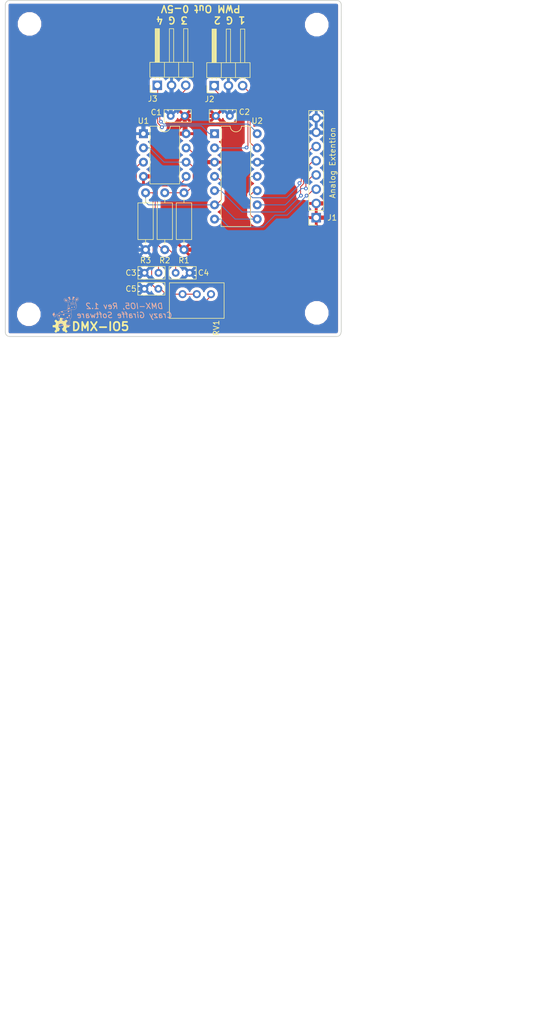
<source format=kicad_pcb>
(kicad_pcb (version 20171130) (host pcbnew "(5.0.0)")
  (title_block (title "DMX Demonstrator - Analog IO Led (DMX-IO5)") (date 2023-07-01) (rev 1.2) (company "Crazy Giraffe Software") (comment 2 "Designed by: SparkyBobo") (comment 3 https://creativecommons.org/licenses/by-sa/4.0/) (comment 4 "Released under the Creative Commons Attribution Share-Alike 4.0m License"))
  (layers (0 F.Cu signal) (31 B.Cu signal) (34 B.Paste user) (35 F.Paste user) (36 B.SilkS user) (37 F.SilkS user) (38 B.Mask user) (39 F.Mask user) (44 Edge.Cuts user))
  (net 0 "")
  (net 1 GND)
  (net 2 /AO1)
  (net 3 /AO0)
  (net 4 /AO3)
  (net 5 /AO2)
  (net 6 "Net-(J2-Pad3)")
  (net 7 "Net-(R1-Pad2)")
  (net 8 +5V)
  (net 9 "Net-(C5-Pad1)")
  (net 10 "Net-(C4-Pad2)")
  (net 11 "Net-(RV1-Pad1)")
  (net 12 "Net-(C3-Pad2)")
  (net 13 "Net-(J3-Pad3)")
  (net 14 "Net-(J2-Pad1)")
  (net 15 "Net-(J3-Pad1)")
  (module Connector_PinHeader_2.54mm:PinHeader_1x03_P2.54mm_Horizontal (layer F.Cu) (at 153.543 82.169 90)
    (fp_text reference J2 (at -2.413 -0.8255 180) (layer F.SilkS))
    (fp_text value "PWM Out 1/2")
    (pad 3 thru_hole oval (at 0 5.08 90) (size 1.7 1.7) (drill 1) (layers *.Cu *.Mask) (net 6 "Net-(J2-Pad3)"))
    (pad 2 thru_hole oval (at 0 2.54 90) (size 1.7 1.7) (drill 1) (layers *.Cu *.Mask) (net 1 GND))
    (pad 1 thru_hole rect (at 0 0 90) (size 1.7 1.7) (drill 1) (layers *.Cu *.Mask) (net 14 "Net-(J2-Pad1)"))
  )
  (module Connector_PinHeader_2.54mm:PinHeader_1x03_P2.54mm_Horizontal (layer F.Cu) (at 143.383 82.1055 90)
    (fp_text reference J3 (at -2.413 -0.8255 180) (layer F.SilkS))
    (fp_text value "PWM Out 3/4")
    (pad 1 thru_hole rect (at 0 0 90) (size 1.7 1.7) (drill 1) (layers *.Cu *.Mask) (net 15 "Net-(J3-Pad1)"))
    (pad 2 thru_hole oval (at 0 2.54 90) (size 1.7 1.7) (drill 1) (layers *.Cu *.Mask) (net 1 GND))
    (pad 3 thru_hole oval (at 0 5.08 90) (size 1.7 1.7) (drill 1) (layers *.Cu *.Mask) (net 13 "Net-(J3-Pad3)"))
  )
  (module Package_DIP:DIP-14_W7.62mm (layer F.Cu) (at 153.6065 90.7415)
    (fp_text reference U2 (at 7.62 -2.286) (layer F.SilkS))
    (fp_text value LM339)
    (pad 14 thru_hole oval (at 7.62 0) (size 1.6 1.6) (drill 0.8) (layers *.Cu *.Mask) (net 13 "Net-(J3-Pad3)"))
    (pad 7 thru_hole oval (at 0 15.24) (size 1.6 1.6) (drill 0.8) (layers *.Cu *.Mask) (net 4 /AO3))
    (pad 13 thru_hole oval (at 7.62 2.54) (size 1.6 1.6) (drill 0.8) (layers *.Cu *.Mask) (net 6 "Net-(J2-Pad3)"))
    (pad 6 thru_hole oval (at 0 12.7) (size 1.6 1.6) (drill 0.8) (layers *.Cu *.Mask) (net 9 "Net-(C5-Pad1)"))
    (pad 12 thru_hole oval (at 7.62 5.08) (size 1.6 1.6) (drill 0.8) (layers *.Cu *.Mask) (net 1 GND))
    (pad 5 thru_hole oval (at 0 10.16) (size 1.6 1.6) (drill 0.8) (layers *.Cu *.Mask) (net 2 /AO1))
    (pad 11 thru_hole oval (at 7.62 7.62) (size 1.6 1.6) (drill 0.8) (layers *.Cu *.Mask) (net 3 /AO0))
    (pad 4 thru_hole oval (at 0 7.62) (size 1.6 1.6) (drill 0.8) (layers *.Cu *.Mask) (net 9 "Net-(C5-Pad1)"))
    (pad 10 thru_hole oval (at 7.62 10.16) (size 1.6 1.6) (drill 0.8) (layers *.Cu *.Mask) (net 9 "Net-(C5-Pad1)"))
    (pad 3 thru_hole oval (at 0 5.08) (size 1.6 1.6) (drill 0.8) (layers *.Cu *.Mask) (net 8 +5V))
    (pad 9 thru_hole oval (at 7.62 12.7) (size 1.6 1.6) (drill 0.8) (layers *.Cu *.Mask) (net 5 /AO2))
    (pad 2 thru_hole oval (at 0 2.54) (size 1.6 1.6) (drill 0.8) (layers *.Cu *.Mask) (net 14 "Net-(J2-Pad1)"))
    (pad 8 thru_hole oval (at 7.62 15.24) (size 1.6 1.6) (drill 0.8) (layers *.Cu *.Mask) (net 9 "Net-(C5-Pad1)"))
    (pad 1 thru_hole rect (at 0 0) (size 1.6 1.6) (drill 0.8) (layers *.Cu *.Mask) (net 15 "Net-(J3-Pad1)"))
  )
  (module Capacitor_THT:C_Rect_L4.6mm_W2.0mm_P2.50mm_MKS02_FKP02 (layer F.Cu) (at 141.097 115.57)
    (fp_text reference C3 (at -2.413 0) (layer F.SilkS))
    (fp_text value 100nf)
    (pad 1 thru_hole circle (at 0 0) (size 1.4 1.4) (drill 0.7) (layers *.Cu *.Mask) (net 1 GND))
    (pad 2 thru_hole circle (at 2.5 0) (size 1.4 1.4) (drill 0.7) (layers *.Cu *.Mask) (net 12 "Net-(C3-Pad2)"))
  )
  (module Capacitor_THT:C_Rect_L4.6mm_W2.0mm_P2.50mm_MKS02_FKP02 (layer F.Cu) (at 149.1615 115.57 180)
    (fp_text reference C4 (at -2.4765 0 180) (layer F.SilkS))
    (fp_text value 0.68uF)
    (pad 2 thru_hole circle (at 2.5 0 180) (size 1.4 1.4) (drill 0.7) (layers *.Cu *.Mask) (net 10 "Net-(C4-Pad2)"))
    (pad 1 thru_hole circle (at 0 0 180) (size 1.4 1.4) (drill 0.7) (layers *.Cu *.Mask) (net 1 GND))
  )
  (module Capacitor_THT:C_Rect_L4.6mm_W2.0mm_P2.50mm_MKS02_FKP02 (layer F.Cu) (at 143.5735 118.4275 180)
    (fp_text reference C5 (at 4.8895 0 180) (layer F.SilkS))
    (fp_text value 0.68uF)
    (pad 1 thru_hole circle (at 0 0 180) (size 1.4 1.4) (drill 0.7) (layers *.Cu *.Mask) (net 9 "Net-(C5-Pad1)"))
    (pad 2 thru_hole circle (at 2.5 0 180) (size 1.4 1.4) (drill 0.7) (layers *.Cu *.Mask) (net 1 GND))
  )
  (module Potentiometer_THT:Potentiometer_Bourns_3299W_Vertical (layer F.Cu) (at 152.9715 119.38)
    (fp_text reference RV1 (at 0.9525 6.0325 -270) (layer F.SilkS))
    (fp_text value 10k)
    (pad 1 thru_hole circle (at 0 0) (size 1.44 1.44) (drill 0.8) (layers *.Cu *.Mask) (net 11 "Net-(RV1-Pad1)"))
    (pad 2 thru_hole circle (at -2.54 0) (size 1.44 1.44) (drill 0.8) (layers *.Cu *.Mask) (net 9 "Net-(C5-Pad1)"))
    (pad 3 thru_hole circle (at -5.08 0) (size 1.44 1.44) (drill 0.8) (layers *.Cu *.Mask) (net 9 "Net-(C5-Pad1)"))
  )
  (module Resistor_THT:R_Axial_DIN0207_L6.3mm_D2.5mm_P10.16mm_Horizontal (layer F.Cu) (at 148.1455 111.4425 90)
    (fp_text reference R1 (at -1.905 0 180) (layer F.SilkS))
    (fp_text value 330)
    (pad 2 thru_hole oval (at 10.16 0 90) (size 1.6 1.6) (drill 0.8) (layers *.Cu *.Mask) (net 7 "Net-(R1-Pad2)"))
    (pad 1 thru_hole circle (at 0 0 90) (size 1.6 1.6) (drill 0.8) (layers *.Cu *.Mask) (net 8 +5V))
  )
  (module Resistor_THT:R_Axial_DIN0207_L6.3mm_D2.5mm_P10.16mm_Horizontal (layer F.Cu) (at 144.7165 101.2825 270)
    (fp_text reference R2 (at 12.065 0) (layer F.SilkS))
    (fp_text value 10k)
    (pad 1 thru_hole circle (at 0 0 270) (size 1.6 1.6) (drill 0.8) (layers *.Cu *.Mask) (net 7 "Net-(R1-Pad2)"))
    (pad 2 thru_hole oval (at 10.16 0 270) (size 1.6 1.6) (drill 0.8) (layers *.Cu *.Mask) (net 10 "Net-(C4-Pad2)"))
  )
  (module Resistor_THT:R_Axial_DIN0207_L6.3mm_D2.5mm_P10.16mm_Horizontal (layer F.Cu) (at 141.2875 111.4425 90)
    (fp_text reference R3 (at -1.905 0 180) (layer F.SilkS))
    (fp_text value 10k)
    (pad 2 thru_hole oval (at 10.16 0 90) (size 1.6 1.6) (drill 0.8) (layers *.Cu *.Mask) (net 9 "Net-(C5-Pad1)"))
    (pad 1 thru_hole circle (at 0 0 90) (size 1.6 1.6) (drill 0.8) (layers *.Cu *.Mask) (net 1 GND))
  )
  (module Connector_PinSocket_2.54mm:PinSocket_1x08_P2.54mm_Vertical (layer F.Cu) (at 171.7675 105.7275 180)
    (fp_text reference J1 (at -2.8575 0 180) (layer F.SilkS))
    (fp_text value "Analog Extension")
    (pad 1 thru_hole rect (at 0 0 180) (size 1.7 1.7) (drill 1) (layers *.Cu *.Mask) (net 8 +5V))
    (pad 2 thru_hole oval (at 0 2.54 180) (size 1.7 1.7) (drill 1) (layers *.Cu *.Mask) (net 8 +5V))
    (pad 3 thru_hole oval (at 0 5.08 180) (size 1.7 1.7) (drill 1) (layers *.Cu *.Mask) (net 4 /AO3))
    (pad 4 thru_hole oval (at 0 7.62 180) (size 1.7 1.7) (drill 1) (layers *.Cu *.Mask) (net 5 /AO2))
    (pad 5 thru_hole oval (at 0 10.16 180) (size 1.7 1.7) (drill 1) (layers *.Cu *.Mask) (net 2 /AO1))
    (pad 6 thru_hole oval (at 0 12.7 180) (size 1.7 1.7) (drill 1) (layers *.Cu *.Mask) (net 3 /AO0))
    (pad 7 thru_hole oval (at 0 15.24 180) (size 1.7 1.7) (drill 1) (layers *.Cu *.Mask) (net 1 GND))
    (pad 8 thru_hole oval (at 0 17.78 180) (size 1.7 1.7) (drill 1) (layers *.Cu *.Mask) (net 1 GND))
  )
  (module Package_DIP:DIP-8_W7.62mm (layer F.Cu) (at 140.9065 90.7415)
    (fp_text reference U1 (at 0 -2.286) (layer F.SilkS))
    (fp_text value LM555)
    (pad 1 thru_hole rect (at 0 0) (size 1.6 1.6) (drill 0.8) (layers *.Cu *.Mask) (net 1 GND))
    (pad 5 thru_hole oval (at 7.62 7.62) (size 1.6 1.6) (drill 0.8) (layers *.Cu *.Mask) (net 12 "Net-(C3-Pad2)"))
    (pad 2 thru_hole oval (at 0 2.54) (size 1.6 1.6) (drill 0.8) (layers *.Cu *.Mask) (net 10 "Net-(C4-Pad2)"))
    (pad 6 thru_hole oval (at 7.62 5.08) (size 1.6 1.6) (drill 0.8) (layers *.Cu *.Mask) (net 10 "Net-(C4-Pad2)"))
    (pad 3 thru_hole oval (at 0 5.08) (size 1.6 1.6) (drill 0.8) (layers *.Cu *.Mask) (net 11 "Net-(RV1-Pad1)"))
    (pad 7 thru_hole oval (at 7.62 2.54) (size 1.6 1.6) (drill 0.8) (layers *.Cu *.Mask) (net 7 "Net-(R1-Pad2)"))
    (pad 4 thru_hole oval (at 0 7.62) (size 1.6 1.6) (drill 0.8) (layers *.Cu *.Mask) (net 8 +5V))
    (pad 8 thru_hole oval (at 7.62 0) (size 1.6 1.6) (drill 0.8) (layers *.Cu *.Mask) (net 8 +5V))
  )
  (module Capacitor_THT:C_Rect_L4.6mm_W2.0mm_P2.50mm_MKS02_FKP02 (layer F.Cu) (at 153.837 87.5665)
    (fp_text reference C2 (at 5.1035 -0.6985) (layer F.SilkS))
    (fp_text value 0.1uF)
    (pad 2 thru_hole circle (at 2.5 0) (size 1.4 1.4) (drill 0.7) (layers *.Cu *.Mask) (net 1 GND))
    (pad 1 thru_hole circle (at 0 0) (size 1.4 1.4) (drill 0.7) (layers *.Cu *.Mask) (net 8 +5V))
  )
  (module Capacitor_THT:C_Rect_L4.6mm_W2.0mm_P2.50mm_MKS02_FKP02 (layer F.Cu) (at 148.2725 87.5665 180)
    (fp_text reference C1 (at 5.08 0.635 180) (layer F.SilkS))
    (fp_text value 0.1uF)
    (pad 1 thru_hole circle (at 0 0 180) (size 1.4 1.4) (drill 0.7) (layers *.Cu *.Mask) (net 8 +5V))
    (pad 2 thru_hole circle (at 2.5 0 180) (size 1.4 1.4) (drill 0.7) (layers *.Cu *.Mask) (net 1 GND))
  )
  (module MountingHole:MountingHole_3.2mm_M3 (layer F.Cu) (at 171.864 71.2775)
    (fp_text reference MH2 hide)
    (fp_text value MountingHole)
    (pad 1 np_thru_hole circle (at 0 0) (size 3.2 3.2) (drill 3.2) (layers *.Cu *.Mask))
  )
  (module MountingHole:MountingHole_3.2mm_M3 (layer F.Cu) (at 120.429 122.9665)
    (fp_text reference MH3 hide)
    (fp_text value MountingHole)
    (pad 1 np_thru_hole circle (at 0 0) (size 3.2 3.2) (drill 3.2) (layers *.Cu *.Mask))
  )
  (module MountingHole:MountingHole_3.2mm_M3 (layer F.Cu) (at 171.864 122.7125)
    (fp_text reference MH4 hide)
    (fp_text value MountingHole)
    (pad 1 np_thru_hole circle (at 0 0) (size 3.2 3.2) (drill 3.2) (layers *.Cu *.Mask))
  )
  (module MountingHole:MountingHole_3.2mm_M3 (layer F.Cu) (at 120.556 71.1505)
    (fp_text reference MH1 hide)
    (fp_text value MountingHole)
    (pad 1 np_thru_hole circle (at 0 0) (size 3.2 3.2) (drill 3.2) (layers *.Cu *.Mask))
  )
  (module footprints:OSHW-LOGO-S (layer F.Cu) (at 126.1745 125.095)
    (fp_text reference "" (at 0 0) (layer F.SilkS) (effects (font (size 1.524 1.524))))
    (fp_text value "" (at 0 0) (layer F.SilkS) (effects (font (size 1.524 1.524))))
  )
  (module footprints:logo_cr_5x5 (layer B.Cu) (at 127 122.4915 180)
    (fp_text reference G*** hide)
    (fp_text value LOGO hide)
  )
  (gr_text "Analog Extention" (at 174.6885 95.9485 90) (layer F.SilkS) (effects (font (size 1 1))))
  (gr_line (start 116.9949 66.9595) (end 175.4149 66.9595) (layer Edge.Cuts) (width 0.15))
  (gr_line (start 176.2507 67.7775) (end 176.2455 126.111) (layer Edge.Cuts) (width 0.15))
  (gr_arc (start 175.4327 126.1745) (end 175.387 126.9365) (angle -90) (layer Edge.Cuts) (width 0.15))
  (gr_arc (start 175.4327 67.7775) (end 176.2507 67.7775) (angle -90) (layer Edge.Cuts) (width 0.15))
  (gr_arc (start 116.9949 67.7215) (end 116.9949 66.9595) (angle -90) (layer Edge.Cuts) (width 0.15))
  (gr_arc (start 117 126.1745) (end 116.238 126.1745) (angle -90) (layer Edge.Cuts) (width 0.15))
  (gr_line (start 117 126.9365) (end 175.387 126.9365) (layer Edge.Cuts) (width 0.15))
  (gr_line (start 116.2329 126.1975) (end 116.2329 67.7215) (layer Edge.Cuts) (width 0.15))
  (gr_text "DMX-IO5, Rev 1.2\nCrazy Giraffe Software\n\n" (at 137.541 123.1265) (layer B.SilkS) (effects (font (size 1 1) (thickness 0.15) italic) (justify mirror)))
  (gr_text DMX-IO5 (at 133.223 125.1585) (layer F.SilkS) (effects (font (size 1.5 1.5) (thickness 0.3))))
  (gr_text "1 G 2     3 G 4\nPWM Out 0-5V" (at 151.13 69.469 180) (layer F.SilkS) (effects (font (size 1.25 1.25) (thickness 0.25))))
  (segment (start 171.7675 90.4875) (end 163.957 90.4875) (width 0.75) (layer B.Cu) (net 1))
  (segment (start 145.7725 85.685) (end 146.05 85.4075) (width 0.75) (layer B.Cu) (net 1))
  (segment (start 145.7725 87.5665) (end 145.7725 85.685) (width 0.75) (layer B.Cu) (net 1))
  (segment (start 156.337 87.5665) (end 156.337 85.4075) (width 0.75) (layer B.Cu) (net 1))
  (segment (start 156.337 85.4075) (end 146.05 85.4075) (width 0.75) (layer B.Cu) (net 1))
  (segment (start 171.7675 87.9475) (end 163.957 87.9475) (width 0.75) (layer B.Cu) (net 1))
  (segment (start 140.9065 90.7415) (end 140.9065 85.4075) (width 0.75) (layer B.Cu) (net 1))
  (segment (start 163.957 90.4875) (end 163.957 87.9475) (width 0.75) (layer B.Cu) (net 1))
  (segment (start 156.337 85.4075) (end 163.957 85.4075) (width 0.75) (layer B.Cu) (net 1))
  (segment (start 163.957 87.9475) (end 163.957 85.4075) (width 0.75) (layer B.Cu) (net 1))
  (segment (start 161.2265 95.8215) (end 163.957 95.8215) (width 0.75) (layer B.Cu) (net 1))
  (segment (start 163.957 95.8215) (end 163.957 90.4875) (width 0.75) (layer B.Cu) (net 1))
  (segment (start 149.1615 115.57) (end 155.1305 115.57) (width 0.75) (layer B.Cu) (net 1))
  (segment (start 140.9065 85.4075) (end 139.1285 85.4075) (width 0.75) (layer B.Cu) (net 1))
  (segment (start 139.192 118.4275) (end 139.1285 118.364) (width 0.75) (layer B.Cu) (net 1))
  (segment (start 139.1285 118.364) (end 139.1285 115.57) (width 0.75) (layer B.Cu) (net 1))
  (segment (start 141.2875 111.4425) (end 139.1285 111.4425) (width 0.75) (layer B.Cu) (net 1))
  (segment (start 139.1285 111.4425) (end 139.1285 85.4075) (width 0.75) (layer B.Cu) (net 1))
  (segment (start 174.752 115.57) (end 155.1305 115.57) (width 0.75) (layer B.Cu) (net 1))
  (segment (start 174.752 90.551) (end 174.752 115.57) (width 0.75) (layer B.Cu) (net 1))
  (segment (start 171.7675 90.4875) (end 171.831 90.551) (width 0.75) (layer B.Cu) (net 1))
  (segment (start 171.831 90.551) (end 174.752 90.551) (width 0.75) (layer B.Cu) (net 1))
  (segment (start 141.097 115.57) (end 139.1285 115.57) (width 0.75) (layer B.Cu) (net 1))
  (segment (start 141.0735 118.4275) (end 139.192 118.4275) (width 0.75) (layer B.Cu) (net 1))
  (segment (start 155.1305 115.57) (end 155.1305 121.285) (width 0.75) (layer B.Cu) (net 1))
  (segment (start 139.1285 115.57) (end 139.1285 111.4425) (width 0.75) (layer B.Cu) (net 1))
  (segment (start 155.1305 121.285) (end 139.1285 121.285) (width 0.75) (layer B.Cu) (net 1))
  (segment (start 139.1285 121.285) (end 139.1285 118.364) (width 0.75) (layer B.Cu) (net 1))
  (segment (start 145.923 85.1535) (end 145.669 85.4075) (width 0.75) (layer B.Cu) (net 1))
  (segment (start 145.923 82.1055) (end 145.923 85.1535) (width 0.75) (layer B.Cu) (net 1))
  (segment (start 146.05 85.4075) (end 145.669 85.4075) (width 0.75) (layer B.Cu) (net 1))
  (segment (start 145.669 85.4075) (end 140.9065 85.4075) (width 0.75) (layer B.Cu) (net 1))
  (segment (start 156.083 85.1535) (end 156.337 85.4075) (width 0.75) (layer B.Cu) (net 1))
  (segment (start 156.083 82.169) (end 156.083 85.1535) (width 0.75) (layer B.Cu) (net 1))
  (segment (start 171.2595 95.5675) (end 171.7675 95.5675) (width 0.1524) (layer F.Cu) (net 2))
  (segment (start 169.4815 97.3455) (end 171.2595 95.5675) (width 0.1524) (layer F.Cu) (net 2))
  (segment (start 169.4815 99.695) (end 169.4815 97.3455) (width 0.1524) (layer F.Cu) (net 2))
  (segment (start 168.9735 101.727) (end 168.9735 100.203) (width 0.1524) (layer F.Cu) (net 2))
  (segment (start 168.9735 100.203) (end 169.4815 99.695) (width 0.1524) (layer F.Cu) (net 2))
  (segment (start 169.037 101.7905) (end 168.9735 101.727) (width 0.1524) (layer F.Cu) (net 2))
  (via (at 169.037 101.7905) (size 0.6858) (drill 0.3302) (layers F.Cu B.Cu) (net 2))
  (segment (start 154.7495 100.9015) (end 153.6065 100.9015) (width 0.1524) (layer B.Cu) (net 2))
  (segment (start 158.5595 104.7115) (end 154.7495 100.9015) (width 0.1524) (layer B.Cu) (net 2))
  (segment (start 166.0525 104.7115) (end 158.5595 104.7115) (width 0.1524) (layer B.Cu) (net 2))
  (segment (start 169.037 101.7905) (end 168.9735 101.7905) (width 0.1524) (layer B.Cu) (net 2))
  (segment (start 168.9735 101.7905) (end 166.0525 104.7115) (width 0.1524) (layer B.Cu) (net 2))
  (segment (start 171.2595 93.0275) (end 171.7675 93.0275) (width 0.1524) (layer F.Cu) (net 3))
  (segment (start 169.1005 99.2505) (end 169.1005 95.1865) (width 0.1524) (layer F.Cu) (net 3))
  (segment (start 168.783 99.568) (end 169.1005 99.2505) (width 0.1524) (layer F.Cu) (net 3))
  (segment (start 169.1005 95.1865) (end 171.2595 93.0275) (width 0.1524) (layer F.Cu) (net 3))
  (via (at 168.783 99.568) (size 0.6858) (drill 0.3302) (layers F.Cu B.Cu) (net 3))
  (segment (start 160.2105 98.3615) (end 161.2265 98.3615) (width 0.1524) (layer B.Cu) (net 3))
  (segment (start 168.783 99.8855) (end 166.497 102.1715) (width 0.1524) (layer B.Cu) (net 3))
  (segment (start 168.783 99.568) (end 168.783 99.8855) (width 0.1524) (layer B.Cu) (net 3))
  (segment (start 166.497 102.1715) (end 160.401 102.1715) (width 0.1524) (layer B.Cu) (net 3))
  (segment (start 160.401 102.1715) (end 159.8295 101.6) (width 0.1524) (layer B.Cu) (net 3))
  (segment (start 159.8295 101.6) (end 159.8295 98.7425) (width 0.1524) (layer B.Cu) (net 3))
  (segment (start 159.8295 98.7425) (end 160.2105 98.3615) (width 0.1524) (layer B.Cu) (net 3))
  (segment (start 171.323 100.6475) (end 171.7675 100.6475) (width 0.1524) (layer F.Cu) (net 4))
  (segment (start 170.18 101.7905) (end 171.323 100.6475) (width 0.1524) (layer F.Cu) (net 4))
  (segment (start 154.7495 105.9815) (end 153.6065 105.9815) (width 0.1524) (layer B.Cu) (net 4))
  (segment (start 170.053 101.7905) (end 166.5605 105.283) (width 0.1524) (layer B.Cu) (net 4))
  (segment (start 166.5605 105.283) (end 164.4015 105.283) (width 0.1524) (layer B.Cu) (net 4))
  (segment (start 170.053 101.7905) (end 170.18 101.7905) (width 0.1524) (layer F.Cu) (net 4))
  (segment (start 164.4015 105.283) (end 162.306 107.3785) (width 0.1524) (layer B.Cu) (net 4))
  (segment (start 162.306 107.3785) (end 156.1465 107.3785) (width 0.1524) (layer B.Cu) (net 4))
  (segment (start 156.1465 107.3785) (end 154.7495 105.9815) (width 0.1524) (layer B.Cu) (net 4))
  (via (at 170.053 101.7905) (size 0.6858) (drill 0.3302) (layers F.Cu B.Cu) (net 4))
  (segment (start 169.926 100.5205) (end 169.164 100.5205) (width 0.1524) (layer B.Cu) (net 5))
  (segment (start 169.164 100.5205) (end 166.243 103.4415) (width 0.1524) (layer B.Cu) (net 5))
  (segment (start 166.243 103.4415) (end 161.2265 103.4415) (width 0.1524) (layer B.Cu) (net 5))
  (via (at 169.926 100.5205) (size 0.6858) (drill 0.3302) (layers F.Cu B.Cu) (net 5))
  (segment (start 171.2595 98.1075) (end 171.7675 98.1075) (width 0.1524) (layer F.Cu) (net 5))
  (segment (start 169.926 100.5205) (end 169.926 99.441) (width 0.1524) (layer F.Cu) (net 5))
  (segment (start 169.926 99.441) (end 171.2595 98.1075) (width 0.1524) (layer F.Cu) (net 5))
  (segment (start 159.9565 83.5025) (end 158.623 82.169) (width 0.1524) (layer F.Cu) (net 6))
  (segment (start 159.9565 92.329) (end 159.9565 83.5025) (width 0.1524) (layer F.Cu) (net 6))
  (segment (start 161.2265 93.2815) (end 160.909 93.2815) (width 0.1524) (layer F.Cu) (net 6))
  (segment (start 160.909 93.2815) (end 159.9565 92.329) (width 0.1524) (layer F.Cu) (net 6))
  (segment (start 148.1455 101.2825) (end 144.7165 101.2825) (width 0.1524) (layer F.Cu) (net 7))
  (segment (start 148.844 93.2815) (end 148.5265 93.2815) (width 0.1524) (layer F.Cu) (net 7))
  (segment (start 150.114 94.5515) (end 148.844 93.2815) (width 0.1524) (layer F.Cu) (net 7))
  (segment (start 150.114 99.695) (end 150.114 94.5515) (width 0.1524) (layer F.Cu) (net 7))
  (segment (start 148.1455 101.2825) (end 148.5265 101.2825) (width 0.1524) (layer F.Cu) (net 7))
  (segment (start 148.5265 101.2825) (end 150.114 99.695) (width 0.1524) (layer F.Cu) (net 7))
  (segment (start 148.2725 87.5665) (end 148.2725 87.249) (width 0.75) (layer F.Cu) (net 8))
  (segment (start 148.2725 90.4875) (end 148.5265 90.7415) (width 0.75) (layer F.Cu) (net 8))
  (segment (start 148.2725 87.5665) (end 148.2725 90.4875) (width 0.75) (layer F.Cu) (net 8))
  (segment (start 174.6885 105.7275) (end 171.7675 105.7275) (width 0.75) (layer F.Cu) (net 8))
  (segment (start 171.7675 103.1875) (end 174.6885 103.1875) (width 0.75) (layer F.Cu) (net 8))
  (segment (start 174.6885 103.1875) (end 174.6885 105.7275) (width 0.75) (layer F.Cu) (net 8))
  (segment (start 143.256 98.3615) (end 140.9065 98.3615) (width 0.75) (layer F.Cu) (net 8))
  (segment (start 144.7165 96.901) (end 143.256 98.3615) (width 0.75) (layer F.Cu) (net 8))
  (segment (start 144.7165 92.0115) (end 144.7165 96.901) (width 0.75) (layer F.Cu) (net 8))
  (segment (start 148.5265 90.7415) (end 145.9865 90.7415) (width 0.75) (layer F.Cu) (net 8))
  (segment (start 145.9865 90.7415) (end 144.7165 92.0115) (width 0.75) (layer F.Cu) (net 8))
  (segment (start 148.2725 87.5665) (end 151.003 87.5665) (width 0.75) (layer F.Cu) (net 8))
  (segment (start 151.003 87.5665) (end 153.837 87.5665) (width 0.75) (layer F.Cu) (net 8))
  (segment (start 153.6065 95.8215) (end 151.003 95.8215) (width 0.75) (layer F.Cu) (net 8))
  (segment (start 151.003 87.5665) (end 151.003 95.8215) (width 0.75) (layer F.Cu) (net 8))
  (segment (start 174.6885 111.4425) (end 174.6885 105.7275) (width 0.75) (layer F.Cu) (net 8))
  (segment (start 174.6885 115.3795) (end 174.6885 111.4425) (width 0.75) (layer F.Cu) (net 8))
  (segment (start 151.003 115.3795) (end 174.6885 115.3795) (width 0.75) (layer F.Cu) (net 8))
  (segment (start 148.1455 111.4425) (end 151.003 111.4425) (width 0.75) (layer F.Cu) (net 8))
  (segment (start 151.003 95.8215) (end 151.003 111.4425) (width 0.75) (layer F.Cu) (net 8))
  (segment (start 151.003 111.4425) (end 151.003 115.3795) (width 0.75) (layer F.Cu) (net 8))
  (segment (start 174.6885 78.994) (end 174.6885 103.1875) (width 0.75) (layer F.Cu) (net 8))
  (segment (start 151.003 87.5665) (end 151.003 78.994) (width 0.75) (layer F.Cu) (net 8))
  (segment (start 151.003 78.994) (end 174.6885 78.994) (width 0.75) (layer F.Cu) (net 8))
  (segment (start 160.782 100.9015) (end 161.2265 100.9015) (width 0.1524) (layer F.Cu) (net 9))
  (segment (start 160.02 101.6635) (end 160.782 100.9015) (width 0.1524) (layer F.Cu) (net 9))
  (segment (start 160.02 105.2195) (end 160.02 101.6635) (width 0.1524) (layer F.Cu) (net 9))
  (segment (start 161.2265 105.9815) (end 160.782 105.9815) (width 0.1524) (layer F.Cu) (net 9))
  (segment (start 160.782 105.9815) (end 160.02 105.2195) (width 0.1524) (layer F.Cu) (net 9))
  (segment (start 153.924 103.4415) (end 153.6065 103.4415) (width 0.1524) (layer F.Cu) (net 9))
  (segment (start 154.813 102.5525) (end 153.924 103.4415) (width 0.1524) (layer F.Cu) (net 9))
  (segment (start 154.813 99.187) (end 154.813 102.5525) (width 0.1524) (layer F.Cu) (net 9))
  (segment (start 153.6065 98.3615) (end 153.9875 98.3615) (width 0.1524) (layer F.Cu) (net 9))
  (segment (start 153.9875 98.3615) (end 154.813 99.187) (width 0.1524) (layer F.Cu) (net 9))
  (segment (start 141.2875 102.9335) (end 141.2875 101.2825) (width 0.1524) (layer B.Cu) (net 9))
  (segment (start 153.6065 103.4415) (end 141.7955 103.4415) (width 0.1524) (layer B.Cu) (net 9))
  (segment (start 141.7955 103.4415) (end 141.2875 102.9335) (width 0.1524) (layer B.Cu) (net 9))
  (segment (start 153.6065 103.4415) (end 154.7495 103.4415) (width 0.1524) (layer B.Cu) (net 9))
  (segment (start 157.2895 105.9815) (end 161.2265 105.9815) (width 0.1524) (layer B.Cu) (net 9))
  (segment (start 154.7495 103.4415) (end 157.2895 105.9815) (width 0.1524) (layer B.Cu) (net 9))
  (segment (start 143.9545 118.4275) (end 143.5735 118.4275) (width 0.1524) (layer F.Cu) (net 9))
  (segment (start 143.1925 118.4275) (end 143.5735 118.4275) (width 0.1524) (layer F.Cu) (net 9))
  (segment (start 142.5575 101.2825) (end 142.621 101.346) (width 0.1524) (layer F.Cu) (net 9))
  (segment (start 142.621 113.919) (end 142.367 114.173) (width 0.1524) (layer F.Cu) (net 9))
  (segment (start 141.2875 101.2825) (end 142.5575 101.2825) (width 0.1524) (layer F.Cu) (net 9))
  (segment (start 142.367 114.173) (end 142.367 117.602) (width 0.1524) (layer F.Cu) (net 9))
  (segment (start 142.621 101.346) (end 142.621 113.919) (width 0.1524) (layer F.Cu) (net 9))
  (segment (start 144.907 119.38) (end 143.9545 118.4275) (width 0.1524) (layer F.Cu) (net 9))
  (segment (start 142.367 117.602) (end 143.1925 118.4275) (width 0.1524) (layer F.Cu) (net 9))
  (segment (start 150.4315 119.38) (end 147.8915 119.38) (width 0.1524) (layer F.Cu) (net 9))
  (segment (start 147.8915 119.38) (end 144.907 119.38) (width 0.1524) (layer F.Cu) (net 9))
  (segment (start 140.9065 93.2815) (end 142.0495 93.2815) (width 0.1524) (layer B.Cu) (net 10))
  (segment (start 144.5895 95.8215) (end 148.5265 95.8215) (width 0.1524) (layer B.Cu) (net 10))
  (segment (start 142.0495 93.2815) (end 144.5895 95.8215) (width 0.1524) (layer B.Cu) (net 10))
  (segment (start 144.3355 111.4425) (end 144.7165 111.4425) (width 0.1524) (layer F.Cu) (net 10))
  (segment (start 143.383 110.49) (end 144.3355 111.4425) (width 0.1524) (layer F.Cu) (net 10))
  (segment (start 143.383 100.6475) (end 143.383 110.49) (width 0.1524) (layer F.Cu) (net 10))
  (segment (start 148.9075 95.8215) (end 149.7965 96.7105) (width 0.1524) (layer F.Cu) (net 10))
  (segment (start 148.5265 95.8215) (end 148.9075 95.8215) (width 0.1524) (layer F.Cu) (net 10))
  (segment (start 149.7965 96.7105) (end 149.7965 99.3775) (width 0.1524) (layer F.Cu) (net 10))
  (segment (start 149.7965 99.3775) (end 149.098 100.076) (width 0.1524) (layer F.Cu) (net 10))
  (segment (start 149.098 100.076) (end 143.9545 100.076) (width 0.1524) (layer F.Cu) (net 10))
  (segment (start 143.9545 100.076) (end 143.383 100.6475) (width 0.1524) (layer F.Cu) (net 10))
  (segment (start 145.4785 111.4425) (end 144.7165 111.4425) (width 0.1524) (layer F.Cu) (net 10))
  (segment (start 146.6615 112.6255) (end 145.4785 111.4425) (width 0.1524) (layer F.Cu) (net 10))
  (segment (start 146.6615 115.57) (end 146.6615 112.6255) (width 0.1524) (layer F.Cu) (net 10))
  (segment (start 140.5255 95.8215) (end 139.6365 96.7105) (width 0.1524) (layer F.Cu) (net 11))
  (segment (start 140.9065 95.8215) (end 140.5255 95.8215) (width 0.1524) (layer F.Cu) (net 11))
  (segment (start 139.6365 96.7105) (end 139.6365 119.6975) (width 0.1524) (layer F.Cu) (net 11))
  (segment (start 139.6365 119.6975) (end 140.589 120.65) (width 0.1524) (layer F.Cu) (net 11))
  (segment (start 152.9715 119.6975) (end 152.9715 119.38) (width 0.1524) (layer F.Cu) (net 11))
  (segment (start 152.019 120.65) (end 152.9715 119.6975) (width 0.1524) (layer F.Cu) (net 11))
  (segment (start 140.589 120.65) (end 152.019 120.65) (width 0.1524) (layer F.Cu) (net 11))
  (segment (start 148.5265 98.679) (end 148.5265 98.3615) (width 0.1524) (layer F.Cu) (net 12))
  (segment (start 143.597 113.244) (end 143.002 112.649) (width 0.1524) (layer F.Cu) (net 12))
  (segment (start 143.002 112.649) (end 143.002 100.584) (width 0.1524) (layer F.Cu) (net 12))
  (segment (start 143.002 100.584) (end 143.891 99.695) (width 0.1524) (layer F.Cu) (net 12))
  (segment (start 143.891 99.695) (end 147.5105 99.695) (width 0.1524) (layer F.Cu) (net 12))
  (segment (start 147.5105 99.695) (end 148.5265 98.679) (width 0.1524) (layer F.Cu) (net 12))
  (segment (start 143.597 115.57) (end 143.597 113.244) (width 0.1524) (layer F.Cu) (net 12))
  (segment (start 148.463 82.8675) (end 148.463 82.169) (width 0.1524) (layer F.Cu) (net 13))
  (segment (start 144.399 84.5185) (end 146.812 84.5185) (width 0.1524) (layer F.Cu) (net 13))
  (segment (start 143.8275 88.392) (end 143.8275 85.09) (width 0.1524) (layer F.Cu) (net 13))
  (segment (start 144.018 88.5825) (end 144.4625 89.027) (width 0.1524) (layer B.Cu) (net 13))
  (segment (start 143.8275 85.09) (end 144.399 84.5185) (width 0.1524) (layer F.Cu) (net 13))
  (segment (start 159.639 89.027) (end 161.2265 90.6145) (width 0.1524) (layer B.Cu) (net 13))
  (segment (start 161.2265 90.6145) (end 161.2265 90.7415) (width 0.1524) (layer B.Cu) (net 13))
  (segment (start 146.812 84.5185) (end 148.463 82.8675) (width 0.1524) (layer F.Cu) (net 13))
  (segment (start 144.018 88.5825) (end 143.8275 88.392) (width 0.1524) (layer F.Cu) (net 13))
  (segment (start 144.4625 89.027) (end 159.639 89.027) (width 0.1524) (layer B.Cu) (net 13))
  (via (at 144.018 88.5825) (size 0.6858) (drill 0.3302) (layers F.Cu B.Cu) (net 13))
  (segment (start 153.6065 93.2815) (end 154.7495 93.2815) (width 0.1524) (layer B.Cu) (net 14))
  (via (at 159.3215 93.218) (size 0.6858) (drill 0.3302) (layers F.Cu B.Cu) (net 14))
  (segment (start 159.258 93.2815) (end 153.6065 93.2815) (width 0.1524) (layer B.Cu) (net 14))
  (segment (start 159.3215 93.218) (end 159.258 93.2815) (width 0.1524) (layer B.Cu) (net 14))
  (segment (start 153.543 82.804) (end 153.543 82.169) (width 0.1524) (layer F.Cu) (net 14))
  (segment (start 155.2575 84.5185) (end 153.543 82.804) (width 0.1524) (layer F.Cu) (net 14))
  (segment (start 159.131 84.5185) (end 155.2575 84.5185) (width 0.1524) (layer F.Cu) (net 14))
  (segment (start 159.5755 84.963) (end 159.131 84.5185) (width 0.1524) (layer F.Cu) (net 14))
  (segment (start 159.3215 93.218) (end 159.5755 92.964) (width 0.1524) (layer F.Cu) (net 14))
  (segment (start 159.5755 92.964) (end 159.5755 84.963) (width 0.1524) (layer F.Cu) (net 14))
  (segment (start 152.654 90.7415) (end 153.6065 90.7415) (width 0.1524) (layer B.Cu) (net 15))
  (segment (start 144.2085 89.5985) (end 144.4625 89.3445) (width 0.1524) (layer B.Cu) (net 15))
  (segment (start 144.4625 89.3445) (end 151.257 89.3445) (width 0.1524) (layer B.Cu) (net 15))
  (segment (start 151.257 89.3445) (end 152.654 90.7415) (width 0.1524) (layer B.Cu) (net 15))
  (via (at 144.2085 89.5985) (size 0.6858) (drill 0.3302) (layers F.Cu B.Cu) (net 15))
  (segment (start 143.4465 82.2325) (end 143.383 82.169) (width 0.1524) (layer F.Cu) (net 15))
  (segment (start 144.2085 89.5985) (end 143.4465 88.8365) (width 0.1524) (layer F.Cu) (net 15))
  (segment (start 143.4465 88.8365) (end 143.4465 82.2325) (width 0.1524) (layer F.Cu) (net 15))
  (zone (net 8) (net_name +5V) (layer F.Cu) (priority 1) (connect_pads (clearance 0.508)) (min_thickness 0.254) (fill yes (arc_segments 16) (thermal_gap 0.508) (thermal_bridge_width 0.508))
    (polygon (pts (xy 116.332 126.1745) (xy 116.332 67.691) (xy 116.9035 67.056) (xy 175.4505 67.056) (xy 176.149 67.691) (xy 176.149 126.111) (xy 175.641 126.8095) (xy 116.967 126.8095)))
  )
  (zone (net 1) (net_name GND) (layer B.Cu) (priority 1) (connect_pads (clearance 0.508)) (min_thickness 0.254) (fill yes (arc_segments 16) (thermal_gap 0.508) (thermal_bridge_width 0.508))
    (polygon (pts (xy 176.149 126.0475) (xy 175.387 126.8095) (xy 116.967 126.8095) (xy 116.332 126.1745) (xy 116.332 67.691) (xy 116.9035 67.056) (xy 175.4505 67.056) (xy 176.149 67.691)))
  )
)
</source>
